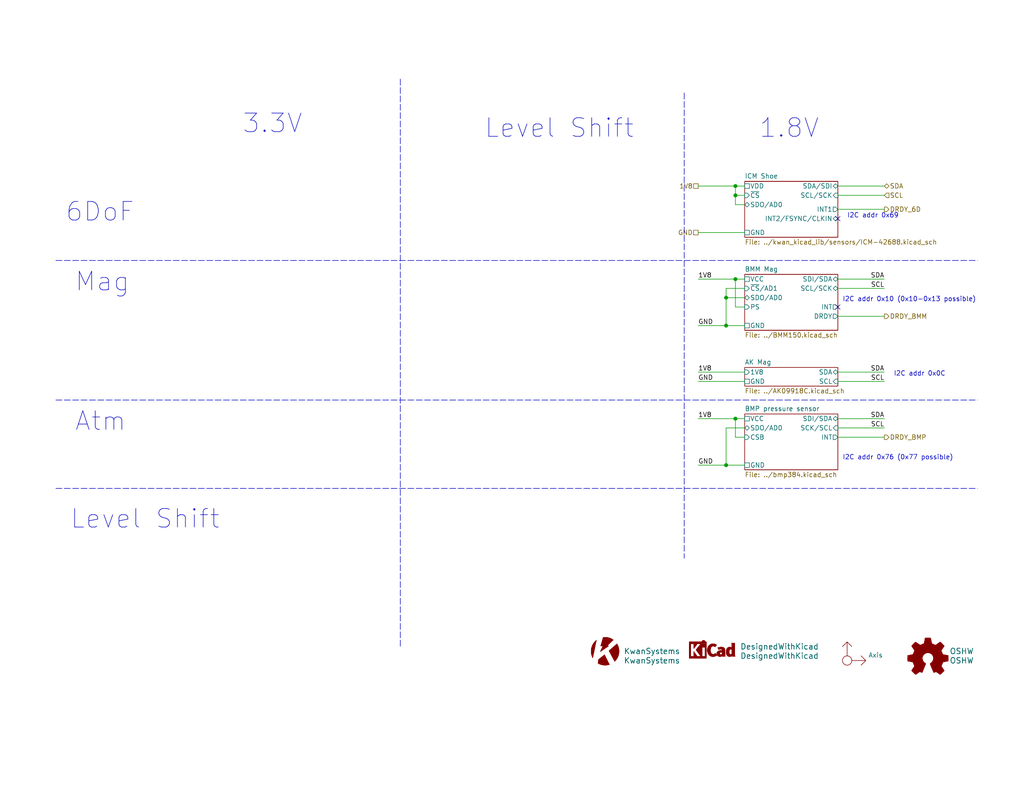
<source format=kicad_sch>
(kicad_sch (version 20211123) (generator eeschema)
  (paper "USLetter")
  (title_block (title "Rollercoasterometer") (date "2022-10-07") (company "Kwan Systems"))
  (lib_symbols
    (symbol "KwanSystems:Axis" (in_bom no)
      (property "Value" "Axis" (at 0 -2.54 0))
      (symbol "Axis_0_1"
        (polyline (pts (xy 0 1.27) (xy 0 5.08) (xy -1.27 3.81) (xy 0 5.08) (xy 1.27 3.81)) (stroke (width 0.1524)))
        (polyline (pts (xy 1.27 0) (xy 5.08 0) (xy 3.81 1.27) (xy 5.08 0) (xy 3.81 -1.27)) (stroke (width 0.1524)))
        (circle (center 0 0) (radius 1.27) (stroke (width 0.1524)))
      )
    )
    (symbol "KwanSystems:DesignedWithKicad" (pin_names (offset 1.016)) (in_bom no)
      (property "Value" "DesignedWithKicad" (at 3.81 -2.54 0))
      (symbol "DesignedWithKicad_0_1"
        (polyline (pts (xy -2.273 4.2434) (xy -2.1768 4.2192) (xy -2.0902 4.1764) (xy -2.0154 4.1166) (xy -1.9544 4.0415) (xy -1.9094 3.9528) (xy -1.8831 3.8565) (xy -1.8773 3.7592) (xy -1.8921 3.6653) (xy -1.9258 3.5775) (xy -1.9765 3.4982) (xy -2.0423 3.4302) (xy -2.1214 3.3759) (xy -2.2119 3.338) (xy -2.2632 3.3256) (xy -2.3077 3.3181) (xy -2.342 3.3151) (xy -2.375 3.3169) (xy -2.4154 3.3238) (xy -2.4485 3.3308) (xy -2.5419 3.3623) (xy -2.6256 3.4134) (xy -2.6977 3.4826) (xy -2.7562 3.5683) (xy -2.7701 3.5955) (xy -2.7866 3.6319) (xy -2.7969 3.6624) (xy -2.8025 3.6946) (xy -2.8047 3.7357) (xy -2.8049 3.7818) (xy -2.8009 3.8661) (xy -2.7874 3.9354) (xy -2.7623 3.996) (xy -2.7228 4.0544) (xy -2.6843 4.0987) (xy -2.6124 4.1645) (xy -2.5373 4.2099) (xy -2.4546 4.2372) (xy -2.3769 4.2474) (xy -2.273 4.2434)) (stroke (width 0.0025)) (fill (type outline)))
        (polyline (pts (xy 0.3284 3.3209) (xy 0.4886 3.2998) (xy 0.6525 3.2596) (xy 0.8223 3.2001) (xy 1 3.1208) (xy 1.0113 3.1153) (xy 1.069 3.0873) (xy 1.1206 3.0632) (xy 1.1622 3.0448) (xy 1.1902 3.0336) (xy 1.1997 3.0311) (xy 1.219 3.0261) (xy 1.2236 3.0219) (xy 1.2185 3.0114) (xy 1.2024 2.9851) (xy 1.1773 2.9457) (xy 1.1449 2.896) (xy 1.1071 2.8387) (xy 1.0658 2.7765) (xy 1.0228 2.7123) (xy 0.9799 2.6487) (xy 0.939 2.5886) (xy 0.902 2.5346) (xy 0.8706 2.4896) (xy 0.8468 2.4563) (xy 0.8323 2.4374) (xy 0.8303 2.4352) (xy 0.8202 2.4399) (xy 0.7978 2.457) (xy 0.7673 2.4836) (xy 0.7515 2.498) (xy 0.655 2.5733) (xy 0.5483 2.6288) (xy 0.4328 2.6639) (xy 0.31 2.6781) (xy 0.2406 2.6769) (xy 0.1194 2.6598) (xy 0.0102 2.6239) (xy -0.0874 2.569) (xy -0.1738 2.4949) (xy -0.2492 2.4013) (xy -0.314 2.2879) (xy -0.3514 2.2013) (xy -0.3953 2.0656) (xy -0.4276 1.9182) (xy -0.4484 1.7627) (xy -0.4579 1.603) (xy -0.4562 1.443) (xy -0.4432 1.2864) (xy -0.4191 1.1371) (xy -0.384 0.9988) (xy -0.3379 0.8753) (xy -0.3216 0.841) (xy -0.2534 0.7269) (xy -0.1729 0.6304) (xy -0.0814 0.5523) (xy 0.0199 0.4934) (xy 0.1299 0.4544) (xy 0.2474 0.4361) (xy 0.2889 0.4348) (xy 0.4104 0.4457) (xy 0.5309 0.4785) (xy 0.6487 0.5326) (xy 0.7623 0.6071) (xy 0.8537 0.6855) (xy 0.9002 0.73) (xy 1.0815 0.4327) (xy 1.1266 0.3586) (xy 1.1678 0.2904) (xy 1.2037 0.2305) (xy 1.2329 0.1816) (xy 1.2538 0.1459) (xy 1.2649 0.126) (xy 1.2664 0.1229) (xy 1.2581 0.1133) (xy 1.2326 0.096) (xy 1.1929 0.0727) (xy 1.1423 0.0451) (xy 1.0841 0.0147) (xy 1.0214 -0.0168) (xy 0.9576 -0.0477) (xy 0.8959 -0.0765) (xy 0.8394 -0.1014) (xy 0.7914 -0.1209) (xy 0.768 -0.1293) (xy 0.6342 -0.1671) (xy 0.4963 -0.1921) (xy 0.3486 -0.2051) (xy 0.2218 -0.2075) (xy 0.1539 -0.2064) (xy 0.0883 -0.2043) (xy 0.0308 -0.2014) (xy -0.0126 -0.1981) (xy -0.0267 -0.1964) (xy -0.1657 -0.1676) (xy -0.3072 -0.1225) (xy -0.4447 -0.0638) (xy -0.5716 0.0059) (xy -0.6491 0.0586) (xy -0.7765 0.1668) (xy -0.8948 0.2933) (xy -1.0018 0.4351) (xy -1.0953 0.589) (xy -1.1732 0.7519) (xy -1.217 0.8692) (xy -1.2673 1.0529) (xy -1.3008 1.2474) (xy -1.3176 1.4487) (xy -1.3176 1.6524) (xy -1.3009 1.8545) (xy -1.2675 2.0506) (xy -1.2174 2.2366) (xy -1.2136 2.2482) (xy -1.1507 2.4103) (xy -1.074 2.5582) (xy -0.9808 2.6961) (xy -0.8685 2.8283) (xy -0.8246 2.8736) (xy -0.6885 2.9975) (xy -0.5485 3.1001) (xy -0.4026 3.1823) (xy -0.2486 3.2454) (xy -0.0843 3.2905) (xy 0.0113 3.308) (xy 0.17 3.3235) (xy 0.3284 3.3209)) (stroke (width 0.0025)) (fill (type outline)))
        (polyline (pts (xy 6.1865 1.7978) (xy 6.1865 1.5633) (xy 6.1866 1.3504) (xy 6.1866 1.1578) (xy 6.1868 0.9845) (xy 6.1871 0.8294) (xy 6.1875 0.6914) (xy 6.1882 0.5693) (xy 6.189 0.4621) (xy 6.1902 0.3687) (xy 6.1917 0.2879) (xy 6.1935 0.2187) (xy 6.1958 0.16) (xy 6.1985 0.1106) (xy 6.2016 0.0695) (xy 6.2053 0.0356) (xy 6.2095 0.0077) (xy 6.2143 -0.0152) (xy 6.2198 -0.0342) (xy 6.2259 -0.0505) (xy 6.2327 -0.0652) (xy 6.2403 -0.0792) (xy 6.2486 -0.0939) (xy 6.2538 -0.103) (xy 6.2881 -0.1637) (xy 5.43 -0.1637) (xy 5.43 -0.0677) (xy 5.4292 -0.0244) (xy 5.4273 0.0088) (xy 5.4245 0.0266) (xy 5.4232 0.0282) (xy 5.4118 0.0213) (xy 5.3891 0.0035) (xy 5.3664 -0.0159) (xy 5.3118 -0.0566) (xy 5.2423 -0.0976) (xy 5.1653 -0.1351) (xy 5.088 -0.1654) (xy 5.0571 -0.175) (xy 4.9886 -0.1896) (xy 4.9058 -0.1995) (xy 4.8164 -0.2046) (xy 4.7282 -0.2044) (xy 4.6492 -0.1987) (xy 4.6115 -0.1929) (xy 4.4734 -0.1548) (xy 4.3461 -0.0971) (xy 4.2303 -0.0202) (xy 4.1266 0.0753) (xy 4.0358 0.1888) (xy 3.969 0.2996) (xy 3.9142 0.4164) (xy 3.8722 0.5357) (xy 3.8422 0.6617) (xy 3.8233 0.7984) (xy 3.8147 0.9498) (xy 3.814 1.0273) (xy 3.8161 1.0841) (xy 4.6452 1.0841) (xy 4.6454 0.991) (xy 4.6483 0.9033) (xy 4.654 0.8262) (xy 4.6625 0.765) (xy 4.665 0.7526) (xy 4.6968 0.6454) (xy 4.7385 0.5583) (xy 4.7904 0.4914) (xy 4.8528 0.4442) (xy 4.9261 0.4166) (xy 5.0107 0.4085) (xy 5.1068 0.4194) (xy 5.1703 0.4352) (xy 5.2195 0.4534) (xy 5.2736 0.4792) (xy 5.3142 0.5029) (xy 5.3848 0.5493) (xy 5.3848 1.6995) (xy 5.3174 1.743) (xy 5.2389 1.784) (xy 5.1547 1.8106) (xy 5.0696 1.8225) (xy 4.9882 1.8193) (xy 4.9154 1.8004) (xy 4.8834 1.7848) (xy 4.8255 1.7418) (xy 4.7765 1.685) (xy 4.7354 1.6124) (xy 4.7009 1.5219) (xy 4.6718 1.4113) (xy 4.6706 1.4055) (xy 4.6604 1.3432) (xy 4.6527 1.2654) (xy 4.6477 1.1773) (xy 4.6452 1.0841) (xy 3.8161 1.0841) (xy 3.8219 1.2401) (xy 3.8438 1.4359) (xy 3.8798 1.6147) (xy 3.9298 1.7762) (xy 3.9937 1.9203) (xy 4.0715 2.0469) (xy 4.1631 2.1559) (xy 4.2685 2.2471) (xy 4.3137 2.2781) (xy 4.4146 2.3342) (xy 4.5179 2.3738) (xy 4.628 2.398) (xy 4.7493 2.4078) (xy 4.8418 2.4067) (xy 4.9715 2.3958) (xy 5.0841 2.374) (xy 5.1829 2.3403) (xy 5.2711 2.2938) (xy 5.32 2.2596) (xy 5.3494 2.2376) (xy 5.371 2.2227) (xy 5.3793 2.2183) (xy 5.3809 2.2291) (xy 5.3822 2.2597) (xy 5.3831 2.3075) (xy 5.3838 2.3695) (xy 5.3842 2.4431) (xy 5.3843 2.5256) (xy 5.3842 2.6141) (xy 5.3838 2.7059) (xy 5.3832 2.7983) (xy 5.3823 2.8885) (xy 5.3813 2.9737) (xy 5.38 3.0513) (xy 5.3786 3.1184) (xy 5.3769 3.1724) (xy 5.3752 3.2104) (xy 5.3747 3.2173) (xy 5.3671 3.2877) (xy 5.3555 3.3429) (xy 5.3378 3.39) (xy 5.3117 3.4364) (xy 5.3054 3.4459) (xy 5.281 3.4826) (xy 6.1863 3.4826) (xy 6.1865 1.7978)) (stroke (width 0.0025)) (fill (type outline)))
        (polyline (pts (xy 2.6736 2.4034) (xy 2.8255 2.3834) (xy 2.9608 2.3498) (xy 3.0802 2.3023) (xy 3.1848 2.2406) (xy 3.2624 2.177) (xy 3.3313 2.1029) (xy 3.385 2.0231) (xy 3.4279 1.9309) (xy 3.4434 1.8878) (xy 3.4562 1.8489) (xy 3.4674 1.8127) (xy 3.4771 1.7776) (xy 3.4854 1.7416) (xy 3.4924 1.703) (xy 3.4983 1.6598) (xy 3.5031 1.6104) (xy 3.5071 1.5527) (xy 3.5103 1.4851) (xy 3.5129 1.4057) (xy 3.5151 1.3126) (xy 3.5168 1.204) (xy 3.5183 1.0781) (xy 3.5198 0.933) (xy 3.521 0.7902) (xy 3.5224 0.634) (xy 3.5236 0.4988) (xy 3.5248 0.3828) (xy 3.5261 0.2844) (xy 3.5277 0.2019) (xy 3.5297 0.1338) (xy 3.5322 0.0782) (xy 3.5353 0.0337) (xy 3.5391 -0.0015) (xy 3.5439 -0.029) (xy 3.5496 -0.0506) (xy 3.5565 -0.0677) (xy 3.5647 -0.0822) (xy 3.5742 -0.0956) (xy 3.5853 -0.1096) (xy 3.5896 -0.1151) (xy 3.6054 -0.1379) (xy 3.6124 -0.1535) (xy 3.6124 -0.1539) (xy 3.6016 -0.1561) (xy 3.5706 -0.1581) (xy 3.522 -0.1599) (xy 3.4582 -0.1615) (xy 3.3817 -0.1626) (xy 3.2949 -0.1634) (xy 3.2005 -0.1637) (xy 3.1896 -0.1637) (xy 2.7667 -0.1637) (xy 2.7634 -0.0676) (xy 2.7601 0.0284) (xy 2.698 -0.0225) (xy 2.6007 -0.0901) (xy 2.4908 -0.1447) (xy 2.4043 -0.175) (xy 2.3353 -0.1897) (xy 2.2519 -0.1997) (xy 2.1622 -0.2046) (xy 2.0738 -0.2043) (xy 1.9949 -0.1984) (xy 1.9586 -0.1926) (xy 1.8186 -0.1548) (xy 1.6922 -0.0999) (xy 1.5803 -0.0289) (xy 1.4838 0.0574) (xy 1.4036 0.1583) (xy 1.3407 0.2729) (xy 1.2963 0.399) (xy 1.284 0.4556) (xy 1.2764 0.5178) (xy 1.2727 0.5926) (xy 1.2722 0.6265) (xy 1.2723 0.6297) (xy 2.0322 0.6297) (xy 2.0415 0.5547) (xy 2.0697 0.4908) (xy 2.1182 0.4352) (xy 2.1233 0.4308) (xy 2.1715 0.396) (xy 2.2233 0.3734) (xy 2.284 0.3615) (xy 2.3594 0.3586) (xy 2.3775 0.359) (xy 2.4313 0.3617) (xy 2.4713 0.3671) (xy 2.5063 0.3773) (xy 2.5451 0.3941) (xy 2.5557 0.3993) (xy 2.6164 0.4352) (xy 2.6632 0.4778) (xy 2.676 0.493) (xy 2.7206 0.5495) (xy 2.7206 0.7454) (xy 2.7201 0.8241) (xy 2.7184 0.882) (xy 2.7154 0.9211) (xy 2.7111 0.9433) (xy 2.707 0.9497) (xy 2.691 0.9529) (xy 2.6573 0.9555) (xy 2.6103 0.9573) (xy 2.555 0.9581) (xy 2.5461 0.9582) (xy 2.4253 0.9529) (xy 2.3227 0.9367) (xy 2.2361 0.909) (xy 2.1637 0.8692) (xy 2.1088 0.8222) (xy 2.0642 0.7644) (xy 2.0395 0.7013) (xy 2.0322 0.6297) (xy 1.2723 0.6297) (xy 1.2742 0.7203) (xy 1.2825 0.7992) (xy 1.2988 0.8704) (xy 1.3244 0.9411) (xy 1.3484 0.9935) (xy 1.407 1.0888) (xy 1.4851 1.1768) (xy 1.5803 1.256) (xy 1.6902 1.3247) (xy 1.8125 1.3813) (xy 1.9448 1.4242) (xy 2.0094 1.4391) (xy 2.1456 1.4612) (xy 2.294 1.4758) (xy 2.4455 1.4822) (xy 2.5721 1.4806) (xy 2.734 1.4738) (xy 2.7265 1.5328) (xy 2.7072 1.6319) (xy 2.6761 1.7126) (xy 2.6323 1.7755) (xy 2.5749 1.8212) (xy 2.503 1.8504) (xy 2.4159 1.8636) (xy 2.3127 1.8614) (xy 2.2747 1.8574) (xy 2.1335 1.8322) (xy 1.9967 1.7912) (xy 1.9022 1.7532) (xy 1.857 1.7338) (xy 1.8186 1.7182) (xy 1.7922 1.7086) (xy 1.7845 1.7065) (xy 1.7748 1.7156) (xy 1.7581 1.7446) (xy 1.7342 1.7938) (xy 1.7031 1.8635) (xy 1.6645 1.9541) (xy 1.6579 1.9699) (xy 1.6279 2.0422) (xy 1.6009 2.1076) (xy 1.5781 2.1631) (xy 1.5608 2.2059) (xy 1.55 2.2332) (xy 1.5469 2.2421) (xy 1.5569 2.2468) (xy 1.5832 2.2521) (xy 1.6115 2.2558) (xy 1.6416 2.2605) (xy 1.6894 2.27) (xy 1.7506 2.2832) (xy 1.8209 2.2992) (xy 1.8962 2.3172) (xy 1.9248 2.3242) (xy 2.0298 2.3498) (xy 2.1175 2.3699) (xy 2.1921 2.385) (xy 2.2579 2.396) (xy 2.3193 2.4033) (xy 2.3806 2.4077) (xy 2.4461 2.4097) (xy 2.5041 2.4101) (xy 2.6736 2.4034)) (stroke (width 0.0025)) (fill (type outline)))
        (polyline (pts (xy -2.9464 3.7809) (xy -2.9355 3.667) (xy -2.9039 3.5594) (xy -2.853 3.4604) (xy -2.7843 3.3723) (xy -2.6992 3.2975) (xy -2.6022 3.2396) (xy -2.496 3.2) (xy -2.389 3.1814) (xy -2.2833 3.1826) (xy -2.1811 3.2021) (xy -2.0845 3.2386) (xy -1.9956 3.2908) (xy -1.9165 3.3573) (xy -1.8494 3.4368) (xy -1.7962 3.528) (xy -1.7592 3.6295) (xy -1.7404 3.7399) (xy -1.7385 3.7898) (xy -1.7385 3.8777) (xy -1.6866 3.8777) (xy -1.6503 3.8749) (xy -1.6234 3.8631) (xy -1.5962 3.8394) (xy -1.5579 3.801) (xy -1.5579 1.6094) (xy -1.5579 1.3473) (xy -1.5579 1.1068) (xy -1.558 0.887) (xy -1.5581 0.6869) (xy -1.5582 0.5057) (xy -1.5584 0.3423) (xy -1.5587 0.1958) (xy -1.5591 0.0654) (xy -1.5595 -0.05) (xy -1.56 -0.1513) (xy -1.5606 -0.2395) (xy -1.5613 -0.3154) (xy -1.5621 -0.3801) (xy -1.5631 -0.4344) (xy -1.5642 -0.4793) (xy -1.5654 -0.5157) (xy -1.5667 -0.5447) (xy -1.5683 -0.5671) (xy -1.5699 -0.5838) (xy -1.5718 -0.5959) (xy -1.5738 -0.6042) (xy -1.576 -0.6097) (xy -1.5771 -0.6115) (xy -1.5813 -0.6185) (xy -1.5848 -0.625) (xy -1.5886 -0.6309) (xy -1.5937 -0.6363) (xy -1.6009 -0.6412) (xy -1.6111 -0.6456) (xy -1.6254 -0.6496) (xy -1.6445 -0.6531) (xy -1.6695 -0.6563) (xy -1.7012 -0.659) (xy -1.7407 -0.6615) (xy -1.7887 -0.6636) (xy -1.8462 -0.6653) (xy -1.9142 -0.6668) (xy -1.9936 -0.6681) (xy -2.0853 -0.6691) (xy -2.1902 -0.6699) (xy -2.3092 -0.6705) (xy -2.4433 -0.6709) (xy -2.5934 -0.6712) (xy -2.7604 -0.6714) (xy -2.9452 -0.6715) (xy -3.1488 -0.6715) (xy -3.3721 -0.6715) (xy -3.6159 -0.6715) (xy -3.8813 -0.6714) (xy -3.9197 -0.6714) (xy -4.1867 -0.6714) (xy -4.432 -0.6713) (xy -4.6566 -0.6712) (xy -4.8613 -0.6711) (xy -5.0472 -0.6709) (xy -5.2151 -0.6706) (xy -5.3659 -0.6703) (xy -5.5006 -0.6699) (xy -5.62 -0.6694) (xy -5.7252 -0.6689) (xy -5.817 -0.6683) (xy -5.8963 -0.6675) (xy -5.964 -0.6667) (xy -6.0212 -0.6657) (xy -6.0686 -0.6646) (xy -6.1073 -0.6634) (xy -6.138 -0.662) (xy -6.1619 -0.6606) (xy -6.1797 -0.6589) (xy -6.1924 -0.6571) (xy -6.2009 -0.6551) (xy -6.2053 -0.6535) (xy -6.2137 -0.6499) (xy -6.2215 -0.6473) (xy -6.2286 -0.6446) (xy -6.2351 -0.6411) (xy -6.2409 -0.6356) (xy -6.2462 -0.6274) (xy -6.251 -0.6154) (xy -6.2552 -0.5987) (xy -6.2589 -0.5765) (xy -6.2622 -0.5477) (xy -6.2651 -0.5114) (xy -6.2675 -0.4667) (xy -6.2696 -0.4126) (xy -6.2714 -0.3483) (xy -6.2728 -0.2727) (xy -6.274 -0.185) (xy -6.2749 -0.0842) (xy -6.2756 0.0306) (xy -6.2761 0.1603) (xy -6.2764 0.306) (xy -6.2766 0.4685) (xy -6.2767 0.6487) (xy -6.2767 0.8476) (xy -6.2767 1.0662) (xy -6.2766 1.3053) (xy -6.2766 1.566) (xy -6.2766 1.6081) (xy -6.2766 1.871) (xy -6.2767 2.1123) (xy -6.2767 2.3328) (xy -6.2766 2.5336) (xy -6.2765 2.7157) (xy -6.2764 2.8798) (xy -6.2761 3.027) (xy -6.2756 3.1582) (xy -6.275 3.2681) (xy -5.9722 3.2681) (xy -5.9324 3.2103) (xy -5.9212 3.1945) (xy -5.9112 3.1806) (xy -5.9021 3.1672) (xy -5.8941 3.1533) (xy -5.887 3.1376) (xy -5.8807 3.119) (xy -5.8753 3.0963) (xy -5.8707 3.0683) (xy -5.8667 3.0337) (xy -5.8634 2.9915) (xy -5.8607 2.9404) (xy -5.8585 2.8793) (xy -5.8567 2.8069) (xy -5.8554 2.722) (xy -5.8545 2.6236) (xy -5.8539 2.5103) (xy -5.8535 2.3811) (xy -5.8533 2.2347) (xy -5.8532 2.0699) (xy -5.8532 1.8856) (xy -5.8533 1.6805) (xy -5.8533 1.5579) (xy -5.8533 1.3409) (xy -5.8532 1.1454) (xy -5.8532 0.97) (xy -5.8534 0.8137) (xy -5.8536 0.6751) (xy -5.8541 0.5533) (xy -5.8549 0.4468) (xy -5.856 0.3547) (xy -5.8574 0.2756) (xy -5.8593 0.2084) (xy -5.8617 0.1519) (xy -5.8647 0.1049) (xy -5.8683 0.0662) (xy -5.8725 0.0347) (xy -5.8774 0.0091) (xy -5.8832 -0.0117) (xy -5.8897 -0.0289) (xy -5.8972 -0.0438) (xy -5.9056 -0.0574) (xy -5.915 -0.0711) (xy -5.9254 -0.0859) (xy -5.9315 -0.0948) (xy -5.9703 -0.1524) (xy -5.4387 -0.1524) (xy -5.3155 -0.1524) (xy -5.213 -0.1522) (xy -5.1294 -0.1519) (xy -5.063 -0.1513) (xy -5.0118 -0.1504) (xy -4.974 -0.1491) (xy -4.9479 -0.1473) (xy -4.9316 -0.145) (xy -4.9233 -0.142) (xy -4.9212 -0.1384) (xy -4.9233 -0.1341) (xy -4.9245 -0.1326) (xy -4.9497 -0.0956) (xy -4.9756 -0.0428) (xy -4.9992 0.0192) (xy -5.0075 0.0456) (xy -5.0121 0.0636) (xy -5.016 0.0846) (xy -5.0192 0.1109) (xy -5.022 0.1445) (xy -5.0242 0.1874) (xy -5.0261 0.2418) (xy -5.0276 0.3097) (xy -5.029 0.3933) (xy -5.0302 0.4946) (xy -5.0313 0.6157) (xy -5.0317 0.6604) (xy -5.0327 0.7856) (xy -5.0335 0.8899) (xy -5.0339 0.9753) (xy -5.034 1.0435) (xy -5.0336 1.0962) (xy -5.0327 1.1354) (xy -5.0313 1.1627) (xy -5.0293 1.18) (xy -5.0266 1.1891) (xy -5.0232 1.1917) (xy -5.019 1.1896) (xy -5.0146 1.1853) (xy -5.0042 1.1724) (xy -4.9822 1.1433) (xy -4.95 1.1002) (xy -4.9092 1.0453) (xy -4.8614 0.9806) (xy -4.8081 0.9083) (xy -4.7509 0.8305) (xy -4.6914 0.7493) (xy -4.6312 0.6669) (xy -4.5717 0.5855) (xy -4.5145 0.507) (xy -4.4612 0.4338) (xy -4.4135 0.3679) (xy -4.3727 0.3113) (xy -4.3405 0.2664) (xy -4.3185 0.2352) (xy -4.3139 0.2285) (xy -4.291 0.1916) (xy -4.2642 0.1436) (xy -4.2388 0.0941) (xy -4.2356 0.0874) (xy -4.2139 0.0392) (xy -4.2013 0.0017) (xy -4.1956 -0.0342) (xy -4.1945 -0.0762) (xy -4.1951 -0.1524) (xy -3.0407 -0.1524) (xy -3.1318 -0.0587) (xy -3.1786 -0.0088) (xy -3.2289 0.0477) (xy -3.2749 0.102) (xy -3.2954 0.1273) (xy -3.3258 0.1669) (xy -3.3659 0.2201) (xy -3.4144 0.2853) (xy -3.4701 0.361) (xy -3.532 0.4454) (xy -3.5988 0.537) (xy -3.6694 0.6341) (xy -3.7425 0.7351) (xy -3.8171 0.8383) (xy -3.8919 0.9422) (xy -3.9658 1.0451) (xy -4.0376 1.1454) (xy -4.1062 1.2414) (xy -4.1703 1.3315) (xy -4.2288 1.4141) (xy -4.2805 1.4875) (xy -4.3242 1.5502) (xy -4.3589 1.6004) (xy -4.3832 1.6367) (xy -4.3961 1.6572) (xy -4.3979 1.6613) (xy -4.3899 1.6727) (xy -4.3691 1.6998) (xy -4.3368 1.7412) (xy -4.2945 1.795) (xy -4.2433 1.8595) (xy -4.1848 1.9331) (xy -4.1203 2.014) (xy -4.0511 2.1006) (xy -3.9787 2.1912) (xy -3.9042 2.2839) (xy -3.8445 2.3583) (xy -2.8335 2.3583) (xy -2.8276 2.3453) (xy -2.8133 2.3231) (xy -2.8122 2.3216) (xy -2.7934 2.2915) (xy -2.7738 2.2546) (xy -2.7699 2.2465) (xy -2.7664 2.2381) (xy -2.7632 2.2279) (xy -2.7605 2.2147) (xy -2.7581 2.1971) (xy -2.756 2.1735) (xy -2.7542 2.1427) (xy -2.7527 2.1032) (xy -2.7514 2.0537) (xy -2.7503 1.9928) (xy -2.7494 1.919) (xy -2.7486 1.831) (xy -2.7479 1.7273) (xy -2.7474 1.6067) (xy -2.7468 1.4676) (xy -2.7463 1.3088) (xy -2.7457 1.1299) (xy -2.7452 0.9448) (xy -2.7448 0.7809) (xy -2.7445 0.6367) (xy -2.7445 0.5109) (xy -2.7448 0.4021) (xy -2.7454 0.3089) (xy -2.7465 0.2299) (xy -2.7481 0.1637) (xy -2.7503 0.1088) (xy -2.7531 0.064) (xy -2.7567 0.0277) (xy -2.761 -0.0013) (xy -2.7661 -0.0246) (xy -2.7722 -0.0435) (xy -2.7792 -0.0594) (xy -2.7873 -0.0736) (xy -2.7965 -0.0877) (xy -2.805 -0.1002) (xy -2.8222 -0.1265) (xy -2.8323 -0.144) (xy -2.8335 -0.1473) (xy -2.8226 -0.1483) (xy -2.7914 -0.1493) (xy -2.7422 -0.1502) (xy -2.6773 -0.151) (xy -2.599 -0.1516) (xy -2.5096 -0.1521) (xy -2.4114 -0.1523) (xy -2.3424 -0.1524) (xy -2.2375 -0.1522) (xy -2.1406 -0.1515) (xy -2.0541 -0.1505) (xy -1.9801 -0.1492) (xy -1.9209 -0.1476) (xy -1.8785 -0.1458) (xy -1.8553 -0.1438) (xy -1.8514 -0.1425) (xy -1.8591 -0.1276) (xy -1.8671 -0.1196) (xy -1.8802 -0.1024) (xy -1.8975 -0.0722) (xy -1.9094 -0.0476) (xy -1.936 0.0113) (xy -1.9391 1.1882) (xy -1.9422 2.365) (xy -2.3879 2.365) (xy -2.4857 2.3649) (xy -2.5761 2.3644) (xy -2.6566 2.3637) (xy -2.725 2.3627) (xy -2.7787 2.3615) (xy -2.8153 2.3602) (xy -2.8325 2.3588) (xy -2.8335 2.3583) (xy -3.8445 2.3583) (xy -3.8293 2.3773) (xy -3.7551 2.4695) (xy -3.6831 2.5588) (xy -3.6146 2.6436) (xy -3.551 2.7221) (xy -3.4936 2.7927) (xy -3.4438 2.8536) (xy -3.4031 2.9032) (xy -3.3859 2.9238) (xy -3.2996 3.0245) (xy -3.223 3.1077) (xy -3.1542 3.1756) (xy -3.0912 3.2299) (xy -3.0819 3.2373) (xy -3.0424 3.2679) (xy -4.1741 3.2681) (xy -4.1688 3.2202) (xy -4.1721 3.1628) (xy -4.1937 3.0945) (xy -4.2336 3.0148) (xy -4.2789 2.9425) (xy -4.2952 2.9199) (xy -4.3232 2.8823) (xy -4.3614 2.832) (xy -4.4081 2.771) (xy -4.4617 2.7016) (xy -4.5203 2.6258) (xy -4.5825 2.5458) (xy -4.6464 2.4638) (xy -4.7105 2.3818) (xy -4.773 2.3021) (xy -4.8323 2.2267) (xy -4.8868 2.1578) (xy -4.9346 2.0976) (xy -4.9743 2.0481) (xy -5.004 2.0116) (xy -5.0222 1.9901) (xy -5.0252 1.9868) (xy -5.0281 1.9949) (xy -5.0303 2.0251) (xy -5.0319 2.0774) (xy -5.0328 2.1515) (xy -5.033 2.2469) (xy -5.0326 2.3636) (xy -5.0317 2.4836) (xy -5.0304 2.6157) (xy -5.0289 2.7274) (xy -5.0269 2.821) (xy -5.0242 2.8986) (xy -5.0206 2.9624) (xy -5.0158 3.0147) (xy -5.0095 3.0577) (xy -5.0015 3.0934) (xy -4.9916 3.1243) (xy -4.9795 3.1524) (xy -4.965 3.18) (xy -4.9503 3.205) (xy -4.9123 3.2681) (xy -5.9722 3.2681) (xy -6.275 3.2681) (xy -6.275 3.2744) (xy -6.2742 3.3765) (xy -6.2732 3.4654) (xy -6.2719 3.5421) (xy -6.2704 3.6075) (xy -6.2685 3.6626) (xy -6.2664 3.7082) (xy -6.2639 3.7455) (xy -6.261 3.7752) (xy -6.2577 3.7983) (xy -6.254 3.8159) (xy -6.2499 3.8287) (xy -6.2452 3.8378) (xy -6.2401 3.8441) (xy -6.2345 3.8485) (xy -6.2283 3.852) (xy -6.2215 3.8556) (xy -6.2155 3.8591) (xy -6.2103 3.8617) (xy -6.2021 3.864) (xy -6.1899 3.8661) (xy -6.1725 3.868) (xy -6.149 3.8697) (xy -6.1181 3.8711) (xy -6.0788 3.8724) (xy -6.03 3.8735) (xy -5.9705 3.8744) (xy -5.8994 3.8752) (xy -5.8155 3.8759) (xy -5.7177 3.8764) (xy -5.6049 3.8768) (xy -5.476 3.8772) (xy -5.33 3.8774) (xy -5.1657 3.8776) (xy -4.982 3.8777) (xy -4.7779 3.8777) (xy -4.5668 3.8777) (xy -2.9464 3.8777) (xy -2.9464 3.7809)) (stroke (width 0.0025)) (fill (type outline)))
      )
    )
    (symbol "KwanSystems:KwanSystems" (pin_names (offset 1.016)) (in_bom no)
      (property "Value" "KwanSystems" (at 0 -5.08 0))
      (symbol "KwanSystems_0_1"
        (polyline (pts (xy 0.3018 3.8025) (xy 0.5462 3.7744) (xy 0.7854 3.7321) (xy 1.0193 3.6754) (xy 1.2478 3.6045) (xy 1.4711 3.5193) (xy 1.689 3.4198) (xy 1.9015 3.3061) (xy 2.1085 3.1781) (xy 2.2308 3.09) (xy 0.4924 1.42) (xy 0.9508 1.42) (xy -1.31 -0.12) (xy -0.5992 1.42) (xy -1.1938 1.42) (xy -0.5192 3.78) (xy -0.3885 3.7927) (xy -0.1814 3.8059) (xy 0.0333 3.811)) (stroke (width 0.0025)) (fill (type outline)))
        (polyline (pts (xy 1.2117 -3.611) (xy 1.1805 -3.6269) (xy 1.1201 -3.6454) (xy 1.0517 -3.6655) (xy 0.8462 -3.7189) (xy 0.6348 -3.7604) (xy 0.4156 -3.7905) (xy 0.3277 -3.7992) (xy 0.1234 -3.8081) (xy 0.0408 -3.8091) (xy -0.0437 -3.8092) (xy -0.1265 -3.8082) (xy -0.3391 -3.7989) (xy -0.5799 -3.7695) (xy -0.8161 -3.7257) (xy -1.0478 -3.6672) (xy -1.2753 -3.5942) (xy -1.4987 -3.5065) (xy -1.6599 -3.4329) (xy -1.8371 -3.3426) (xy -1.9342 -3.2879) (xy -1.78 -2.25) (xy -0.12 -0.95)) (stroke (width 0.0025)) (fill (type outline)))
        (polyline (pts (xy -3.33 -1.85) (xy -3.4035 -1.7216) (xy -3.5014 -1.5107) (xy -3.5664 -1.3527) (xy -3.641 -1.1379) (xy -3.7016 -0.923) (xy -3.7485 -0.7062) (xy -3.782 -0.486) (xy -3.8025 -0.2605) (xy -3.8102 -0.0281) (xy -3.8103 0) (xy -3.8029 0.2742) (xy -3.7787 0.5215) (xy -3.7379 0.7583) (xy -3.6926 0.9566) (xy -3.6383 1.1468) (xy -3.5739 1.3326) (xy -3.4979 1.5178) (xy -3.4219 1.6804) (xy -3.3272 1.8622) (xy -3.2273 2.0324) (xy -3.1205 2.1935) (xy -3.0049 2.3481) (xy -2.8787 2.4988) (xy -2.7399 2.6482) (xy -2.6018 2.7839) (xy -2.4691 2.9048) (xy -2.33 3.02)) (stroke (width 0.0025)) (fill (type outline)))
        (polyline (pts (xy 3.337 1.8449) (xy 3.4183 1.6918) (xy 3.5168 1.4771) (xy 3.6016 1.2562) (xy 3.6727 1.0287) (xy 3.73 0.7948) (xy 3.7737 0.5541) (xy 3.7919 0.4191) (xy 3.7965 0.3713) (xy 3.8004 0.3111) (xy 3.8037 0.2415) (xy 3.8062 0.1653) (xy 3.808 0.0853) (xy 3.8091 0.0045) (xy 3.8092 -0.0742) (xy 3.8085 -0.148) (xy 3.8068 -0.214) (xy 3.8042 -0.2693) (xy 3.8033 -0.2821) (xy 3.7774 -0.5241) (xy 3.7368 -0.7619) (xy 3.6819 -0.9952) (xy 3.6126 -1.2235) (xy 3.5291 -1.4466) (xy 3.4316 -1.664) (xy 3.3202 -1.8755) (xy 3.1951 -2.0807) (xy 3.0563 -2.2792) (xy 2.918 -2.4541) (xy 2.7919 -2.5949) (xy 2.62 -2.77) (xy 1.07 0.12) (xy 3.24 2.01)) (stroke (width 0.0025)) (fill (type outline)))
      )
    )
    (symbol "KwanSystems:OSHW" (pin_names (offset 1.016)) (in_bom no)
      (property "Value" "OSHW" (at 10.16 1.27 0))
      (symbol "OSHW_0_1"
        (polyline (pts (xy 3.81 -3.81) (xy 3.7592 -3.7846) (xy 3.6322 -3.7084) (xy 3.4544 -3.5814) (xy 3.2258 -3.429) (xy 2.9972 -3.2766) (xy 2.8194 -3.175) (xy 2.6924 -3.0734) (xy 2.6416 -3.048) (xy 2.6162 -3.0734) (xy 2.5146 -3.1242) (xy 2.3622 -3.2004) (xy 2.2606 -3.2512) (xy 2.1336 -3.302) (xy 2.0574 -3.302) (xy 2.0574 -3.302) (xy 2.0066 -3.2004) (xy 1.9304 -2.9972) (xy 1.8034 -2.7686) (xy 1.7018 -2.4892) (xy 1.5748 -2.1844) (xy 1.4224 -1.8796) (xy 1.3208 -1.5748) (xy 1.1938 -1.2954) (xy 1.1176 -1.0922) (xy 1.0668 -0.9398) (xy 1.0414 -0.8636) (xy 1.0414 -0.8636) (xy 1.1176 -0.7874) (xy 1.2446 -0.7112) (xy 1.4986 -0.4826) (xy 1.7526 -0.1524) (xy 1.905 0.2032) (xy 1.9812 0.6096) (xy 1.9304 0.9906) (xy 1.778 1.3462) (xy 1.524 1.6764) (xy 1.2192 1.905) (xy 0.8636 2.0574) (xy 0.4572 2.1082) (xy 0.0762 2.0828) (xy -0.2794 1.9304) (xy -0.6096 1.6764) (xy -0.762 1.524) (xy -0.9398 1.1938) (xy -1.0668 0.8382) (xy -1.0668 0.762) (xy -1.0414 0.3556) (xy -0.9398 0) (xy -0.7366 -0.3302) (xy -0.4572 -0.6096) (xy -0.4064 -0.635) (xy -0.2794 -0.7366) (xy -0.1778 -0.8128) (xy -0.127 -0.8636) (xy -0.6096 -2.0574) (xy -0.6858 -2.2606) (xy -0.8382 -2.5908) (xy -0.9398 -2.8702) (xy -1.0414 -3.0988) (xy -1.1176 -3.2512) (xy -1.143 -3.302) (xy -1.143 -3.302) (xy -1.1938 -3.302) (xy -1.27 -3.2766) (xy -1.4478 -3.2004) (xy -1.5494 -3.1496) (xy -1.6764 -3.0734) (xy -1.7526 -3.048) (xy -1.8034 -3.0734) (xy -1.905 -3.1496) (xy -2.0828 -3.2766) (xy -2.3114 -3.429) (xy -2.5146 -3.556) (xy -2.6924 -3.683) (xy -2.8448 -3.7846) (xy -2.8956 -3.81) (xy -2.921 -3.81) (xy -2.9718 -3.7846) (xy -3.0734 -3.683) (xy -3.2512 -3.5306) (xy -3.4798 -3.302) (xy -3.5052 -3.2766) (xy -3.7084 -3.0734) (xy -3.8608 -2.921) (xy -3.9624 -2.794) (xy -3.9878 -2.7432) (xy -3.9878 -2.7432) (xy -3.9624 -2.6924) (xy -3.8608 -2.54) (xy -3.7592 -2.3622) (xy -3.6068 -2.1336) (xy -3.2004 -1.5494) (xy -3.429 -1.016) (xy -3.4798 -0.8382) (xy -3.5814 -0.635) (xy -3.6322 -0.508) (xy -3.6576 -0.4318) (xy -3.7338 -0.4064) (xy -3.8608 -0.381) (xy -4.0894 -0.3302) (xy -4.3434 -0.2794) (xy -4.5974 -0.254) (xy -4.8006 -0.2032) (xy -4.9784 -0.1778) (xy -5.0546 -0.1524) (xy -5.0546 -0.1524) (xy -5.08 -0.1016) (xy -5.08 -0.0254) (xy -5.08 0.1016) (xy -5.1054 0.3048) (xy -5.1054 0.6096) (xy -5.1054 0.6604) (xy -5.08 0.9398) (xy -5.08 1.1684) (xy -5.08 1.2954) (xy -5.08 1.3716) (xy -5.08 1.3716) (xy -5.0038 1.3716) (xy -4.8514 1.4224) (xy -4.6228 1.4478) (xy -4.3688 1.4986) (xy -4.3434 1.524) (xy -4.0894 1.5748) (xy -3.8608 1.6002) (xy -3.7084 1.651) (xy -3.6322 1.6764) (xy -3.6322 1.6764) (xy -3.5814 1.778) (xy -3.5052 1.9558) (xy -3.4036 2.159) (xy -3.3274 2.3622) (xy -3.2512 2.54) (xy -3.2004 2.6924) (xy -3.175 2.7432) (xy -3.175 2.7432) (xy -3.2258 2.8194) (xy -3.302 2.9464) (xy -3.429 3.1242) (xy -3.6068 3.3528) (xy -3.6068 3.3782) (xy -3.7592 3.6068) (xy -3.8862 3.7846) (xy -3.9624 3.9116) (xy -3.9878 3.9878) (xy -3.9878 3.9878) (xy -3.937 4.0386) (xy -3.8354 4.1656) (xy -3.6576 4.3434) (xy -3.4798 4.5466) (xy -3.4036 4.5974) (xy -3.2004 4.826) (xy -3.048 4.953) (xy -2.9464 5.0292) (xy -2.8956 5.0546) (xy -2.8956 5.0546) (xy -2.8448 5.0038) (xy -2.6924 4.9022) (xy -2.5146 4.7752) (xy -2.286 4.6228) (xy -2.2606 4.6228) (xy -2.032 4.4704) (xy -1.8542 4.3434) (xy -1.7272 4.2418) (xy -1.6764 4.2164) (xy -1.651 4.2164) (xy -1.5748 4.2418) (xy -1.397 4.2926) (xy -1.2192 4.3688) (xy -1.016 4.4704) (xy -0.8128 4.5466) (xy -0.6858 4.5974) (xy -0.6096 4.6482) (xy -0.6096 4.6482) (xy -0.5842 4.7244) (xy -0.5588 4.8768) (xy -0.508 5.1054) (xy -0.4572 5.3848) (xy -0.4318 5.4356) (xy -0.381 5.6896) (xy -0.3556 5.9182) (xy -0.3302 6.0706) (xy -0.3048 6.1214) (xy -0.254 6.1468) (xy -0.127 6.1468) (xy 0.0508 6.1468) (xy 0.3048 6.1468) (xy 0.5334 6.1468) (xy 0.7874 6.1468) (xy 0.9906 6.1468) (xy 1.143 6.1214) (xy 1.1938 6.1214) (xy 1.1938 6.1214) (xy 1.2192 6.0452) (xy 1.27 5.8674) (xy 1.2954 5.6388) (xy 1.3716 5.3594) (xy 1.3716 5.3086) (xy 1.4224 5.0546) (xy 1.4732 4.826) (xy 1.4986 4.6736) (xy 1.524 4.6228) (xy 1.524 4.6228) (xy 1.651 4.572) (xy 1.8288 4.4958) (xy 2.032 4.3942) (xy 2.54 4.191) (xy 3.175 4.6228) (xy 3.2258 4.6736) (xy 3.4544 4.826) (xy 3.6322 4.953) (xy 3.7592 5.0292) (xy 3.8354 5.0546) (xy 3.8354 5.0546) (xy 3.8862 5.0038) (xy 4.0132 4.8768) (xy 4.191 4.7244) (xy 4.3688 4.5212) (xy 4.5212 4.3688) (xy 4.699 4.191) (xy 4.8006 4.0894) (xy 4.8768 4.0132) (xy 4.8768 3.9624) (xy 4.8768 3.937) (xy 4.8514 3.8608) (xy 4.7498 3.7338) (xy 4.6228 3.5306) (xy 4.4704 3.3274) (xy 4.3434 3.1242) (xy 4.2164 2.921) (xy 4.1148 2.7686) (xy 4.0894 2.6924) (xy 4.0894 2.667) (xy 4.1402 2.54) (xy 4.2164 2.3622) (xy 4.318 2.1336) (xy 4.5212 1.651) (xy 4.8514 1.5748) (xy 5.0546 1.5494) (xy 5.334 1.4986) (xy 5.588 1.4478) (xy 5.9944 1.3716) (xy 6.0198 -0.127) (xy 5.9436 -0.1524) (xy 5.8928 -0.1524) (xy 5.7404 -0.2032) (xy 5.5118 -0.2286) (xy 5.2578 -0.2794) (xy 5.0546 -0.3302) (xy 4.826 -0.381) (xy 4.6736 -0.4064) (xy 4.5974 -0.4064) (xy 4.572 -0.4318) (xy 4.5212 -0.5334) (xy 4.445 -0.7112) (xy 4.3688 -0.9144) (xy 4.2672 -1.1176) (xy 4.191 -1.3208) (xy 4.1402 -1.4732) (xy 4.1148 -1.5494) (xy 4.1402 -1.6002) (xy 4.2418 -1.7272) (xy 4.3434 -1.9304) (xy 4.4958 -2.1336) (xy 4.6482 -2.3622) (xy 4.7752 -2.54) (xy 4.8514 -2.667) (xy 4.9022 -2.7432) (xy 4.8768 -2.794) (xy 4.8006 -2.8956) (xy 4.6228 -3.048) (xy 4.3942 -3.302) (xy 4.3434 -3.3274) (xy 4.1402 -3.5306) (xy 3.9878 -3.683) (xy 3.8608 -3.7846) (xy 3.81 -3.81)) (stroke (width 0.0025)) (fill (type outline)))
      )
    )
  )
  (junction (at 200.66 76.2))
  (junction (at 200.66 53.34))
  (junction (at 198.12 81.28))
  (junction (at 198.12 127))
  (junction (at 200.66 114.3))
  (junction (at 198.12 88.9))
  (junction (at 200.66 50.8))
  (no_connect (at 228.6 59.69))
  (no_connect (at 228.6 83.82))
  (polyline (pts (xy 15.24 133.35) (xy 266.7 133.35)))
  (wire (pts (xy 190.5 88.9) (xy 198.12 88.9)))
  (wire (pts (xy 198.12 81.28) (xy 198.12 88.9)))
  (wire (pts (xy 198.12 116.84) (xy 203.2 116.84)))
  (wire (pts (xy 190.5 76.2) (xy 200.66 76.2)))
  (wire (pts (xy 198.12 88.9) (xy 203.2 88.9)))
  (wire (pts (xy 190.5 127) (xy 198.12 127)))
  (wire (pts (xy 198.12 127) (xy 198.12 116.84)))
  (polyline (pts (xy 186.69 25.4) (xy 186.69 152.4)))
  (wire (pts (xy 190.5 50.8) (xy 200.66 50.8)))
  (wire (pts (xy 200.66 83.82) (xy 200.66 76.2)))
  (wire (pts (xy 200.66 119.38) (xy 203.2 119.38)))
  (wire (pts (xy 200.66 53.34) (xy 203.2 53.34)))
  (wire (pts (xy 190.5 63.5) (xy 203.2 63.5)))
  (wire (pts (xy 198.12 127) (xy 203.2 127)))
  (wire (pts (xy 228.6 104.14) (xy 241.3 104.14)))
  (polyline (pts (xy 15.24 71.12) (xy 266.7 71.12)))
  (wire (pts (xy 200.66 114.3) (xy 203.2 114.3)))
  (wire (pts (xy 228.6 116.84) (xy 241.3 116.84)))
  (wire (pts (xy 228.6 119.38) (xy 241.3 119.38)))
  (wire (pts (xy 228.6 78.74) (xy 241.3 78.74)))
  (wire (pts (xy 228.6 53.34) (xy 241.3 53.34)))
  (wire (pts (xy 200.66 50.8) (xy 203.2 50.8)))
  (wire (pts (xy 203.2 55.88) (xy 200.66 55.88)))
  (wire (pts (xy 200.66 50.8) (xy 200.66 53.34)))
  (wire (pts (xy 228.6 76.2) (xy 241.3 76.2)))
  (wire (pts (xy 203.2 83.82) (xy 200.66 83.82)))
  (wire (pts (xy 228.6 57.15) (xy 241.3 57.15)))
  (wire (pts (xy 228.6 86.36) (xy 241.3 86.36)))
  (polyline (pts (xy 109.22 21.59) (xy 109.22 176.53)))
  (wire (pts (xy 203.2 78.74) (xy 198.12 78.74)))
  (wire (pts (xy 228.6 114.3) (xy 241.3 114.3)))
  (wire (pts (xy 228.6 50.8) (xy 241.3 50.8)))
  (wire (pts (xy 198.12 81.28) (xy 203.2 81.28)))
  (wire (pts (xy 200.66 114.3) (xy 200.66 119.38)))
  (polyline (pts (xy 15.24 109.22) (xy 266.7 109.22)))
  (wire (pts (xy 190.5 101.6) (xy 203.2 101.6)))
  (wire (pts (xy 198.12 78.74) (xy 198.12 81.28)))
  (wire (pts (xy 200.66 76.2) (xy 203.2 76.2)))
  (wire (pts (xy 190.5 104.14) (xy 203.2 104.14)))
  (wire (pts (xy 190.5 114.3) (xy 200.66 114.3)))
  (wire (pts (xy 200.66 53.34) (xy 200.66 55.88)))
  (wire (pts (xy 228.6 101.6) (xy 241.3 101.6)))
  (text "I2C addr 0x69" (at 231.14 59.69 0) (effects (font (size 1.27 1.27)) (justify left bottom)))
  (text "I2C addr 0x10 (0x10-0x13 possible)" (at 229.87 82.55 0) (effects (font (size 1.27 1.27)) (justify left bottom)))
  (text "Level Shift" (at 132.08 38.1 0) (effects (font (size 5.08 5.08)) (justify left bottom)))
  (text "Mag" (at 20.32 80.01 0) (effects (font (size 5.08 5.08)) (justify left bottom)))
  (text "Atm" (at 20.32 118.11 0) (effects (font (size 5.08 5.08)) (justify left bottom)))
  (text "3.3V" (at 66.04 36.83 0) (effects (font (size 5.08 5.08)) (justify left bottom)))
  (text "I2C addr 0x76 (0x77 possible)" (at 229.87 125.73 0) (effects (font (size 1.27 1.27)) (justify left bottom)))
  (text "1.8V" (at 207.01 38.1 0) (effects (font (size 5.08 5.08)) (justify left bottom)))
  (text "I2C addr 0x0C" (at 243.84 102.87 0) (effects (font (size 1.27 1.27)) (justify left bottom)))
  (text "6DoF" (at 17.78 60.96 0) (effects (font (size 5.08 5.08)) (justify left bottom)))
  (text "Level Shift" (at 19.05 144.78 0) (effects (font (size 5.08 5.08)) (justify left bottom)))
  (label "SCL" (at 241.3 78.74 180))
  (label "SCL" (at 241.3 104.14 180))
  (label "1V8" (at 190.5 76.2 0))
  (label "SCL" (at 241.3 116.84 180))
  (label "GND" (at 190.5 88.9 0))
  (label "GND" (at 190.5 127 0))
  (label "GND" (at 190.5 104.14 0))
  (label "SDA" (at 241.3 101.6 180))
  (label "SDA" (at 241.3 114.3 180))
  (label "1V8" (at 190.5 101.6 0))
  (label "SDA" (at 241.3 76.2 180))
  (label "1V8" (at 190.5 114.3 0))
  (hierarchical_label "DRDY_6D" (shape output) (at 241.3 57.15 0))
  (hierarchical_label "DRDY_BMM" (shape output) (at 241.3 86.36 0))
  (hierarchical_label "DRDY_BMP" (shape output) (at 241.3 119.38 0))
  (hierarchical_label "SCL" (shape input) (at 241.3 53.34 0))
  (hierarchical_label "GND" (shape passive) (at 190.5 63.5 180))
  (hierarchical_label "1V8" (shape passive) (at 190.5 50.8 180))
  (hierarchical_label "SDA" (shape bidirectional) (at 241.3 50.8 0))
  (symbol (lib_id "KwanSystems:Axis") (at 231.14 180.34 0) (unit 1) (in_bom no)
    (property "Reference" "G1501" (effects hide))
    (property "Value" "Axis" (at 236.9312 178.8688 0) (effects (justify left)))
    (property "Footprint" "KwanSystems:Axis" (effects hide))
  )
  (symbol (lib_id "KwanSystems:KwanSystems") (at 165.1 177.8 0) (unit 1) (in_bom no)
    (property "Reference" "G1505" (effects hide))
    (property "Value" "KwanSystems" (at 170.18 180.34 0) (effects (font (size 1.524 1.524)) (justify left)))
    (property "Footprint" "KwanSystems:StKwansSoldermask" (effects hide))
  )
  (symbol (lib_id "KwanSystems:KwanSystems") (at 165.1 177.8 0) (unit 1) (in_bom no)
    (property "Reference" "G1502" (effects hide))
    (property "Value" "KwanSystems" (at 170.18 177.8 0) (effects (font (size 1.524 1.524)) (justify left)))
    (property "Footprint" "KwanSystems:StKwansSoldermask" (effects hide))
  )
  (symbol (lib_id "KwanSystems:DesignedWithKicad") (at 194.31 179.07 0) (unit 1) (in_bom no)
    (property "Reference" "G1507" (effects hide))
    (property "Value" "DesignedWithKicad" (at 201.93 179.07 0) (effects (font (size 1.524 1.524)) (justify left)))
    (property "Footprint" "KwanSystems:Symbol_KiCAD-Logo_CopperAndSilkScreenTop_small" (effects hide))
  )
  (symbol (lib_id "KwanSystems:OSHW") (at 252.73 180.34 0) (unit 1) (in_bom no)
    (property "Reference" "G1506" (effects hide))
    (property "Value" "OSHW" (at 259.08 177.8 0) (effects (font (size 1.524 1.524)) (justify left)))
    (property "Footprint" "KwanSystems:OSHW-Symbol_6.7x6mm_SolderMask" (effects hide))
  )
  (symbol (lib_id "KwanSystems:DesignedWithKicad") (at 194.31 179.07 0) (unit 1) (in_bom no)
    (property "Reference" "G1503" (effects hide))
    (property "Value" "DesignedWithKicad" (at 201.93 176.53 0) (effects (font (size 1.524 1.524)) (justify left)))
    (property "Footprint" "KwanSystems:Symbol_KiCAD-Logo_CopperAndSilkScreenTop_small" (effects hide))
  )
  (symbol (lib_id "KwanSystems:OSHW") (at 252.73 180.34 0) (unit 1) (in_bom no)
    (property "Reference" "G1504" (effects hide))
    (property "Value" "OSHW" (at 259.08 180.34 0) (effects (font (size 1.524 1.524)) (justify left)))
    (property "Footprint" "KwanSystems:OSHW-Symbol_6.7x6mm_SolderMask" (effects hide))
  )
  (sheet (at 203.2 49.53) (size 25.4 15.24) (stroke (width 0.1524))
    (property "Sheet name" "ICM Shoe" (at 203.2 48.8184 0) (effects (justify left bottom)))
    (property "Sheet file" "../kwan_kicad_lib/sensors/ICM-42688.kicad_sch" (at 203.2 65.3546 0) (effects (justify left top)))
    (pin "SDA{slash}SDI" bidirectional (at 228.6 50.8 0))
    (pin "SCL{slash}SCK" input (at 228.6 53.34 0))
    (pin "~{CS}" input (at 203.2 53.34 180))
    (pin "SDO{slash}AD0" bidirectional (at 203.2 55.88 180))
    (pin "INT1" output (at 228.6 57.15 0))
    (pin "GND" passive (at 203.2 63.5 180))
    (pin "INT2{slash}FSYNC{slash}CLKIN" bidirectional (at 228.6 59.69 0))
    (pin "VDD" passive (at 203.2 50.8 180))
  )
  (sheet (at 203.2 100.33) (size 25.4 5.08) (stroke (width 0.1524))
    (property "Sheet name" "AK Mag" (at 203.2 99.6184 0) (effects (justify left bottom)))
    (property "Sheet file" "../AK09918C.kicad_sch" (at 203.2 105.9946 0) (effects (justify left top)))
    (pin "SDA" bidirectional (at 228.6 101.6 0))
    (pin "SCL" input (at 228.6 104.14 0))
    (pin "1V8" input (at 203.2 101.6 180))
    (pin "GND" passive (at 203.2 104.14 180))
  )
  (sheet (at 203.2 113.03) (size 25.4 15.24) (stroke (width 0.1524))
    (property "Sheet name" "BMP pressure sensor" (at 203.2 112.3184 0) (effects (justify left bottom)))
    (property "Sheet file" "../bmp384.kicad_sch" (at 203.2 128.8546 0) (effects (justify left top)))
    (pin "VCC" passive (at 203.2 114.3 180))
    (pin "GND" passive (at 203.2 127 180))
    (pin "SDO{slash}AD0" bidirectional (at 203.2 116.84 180))
    (pin "SDI{slash}SDA" bidirectional (at 228.6 114.3 0))
    (pin "CSB" input (at 203.2 119.38 180))
    (pin "INT" output (at 228.6 119.38 0))
    (pin "SCK{slash}SCL" input (at 228.6 116.84 0))
  )
  (sheet (at 203.2 74.93) (size 25.4 15.24) (stroke (width 0.1524))
    (property "Sheet name" "BMM Mag" (at 203.2 74.2184 0) (effects (justify left bottom)))
    (property "Sheet file" "../BMM150.kicad_sch" (at 203.2 90.7546 0) (effects (justify left top)))
    (pin "SDO{slash}AD0" bidirectional (at 203.2 81.28 180))
    (pin "SCL{slash}SCK" bidirectional (at 228.6 78.74 0))
    (pin "~{CS}{slash}AD1" input (at 203.2 78.74 180))
    (pin "PS" input (at 203.2 83.82 180))
    (pin "INT" output (at 228.6 83.82 0))
    (pin "DRDY" output (at 228.6 86.36 0))
    (pin "SDI{slash}SDA" bidirectional (at 228.6 76.2 0))
    (pin "VCC" passive (at 203.2 76.2 180))
    (pin "GND" passive (at 203.2 88.9 180))
  )
)
</source>
